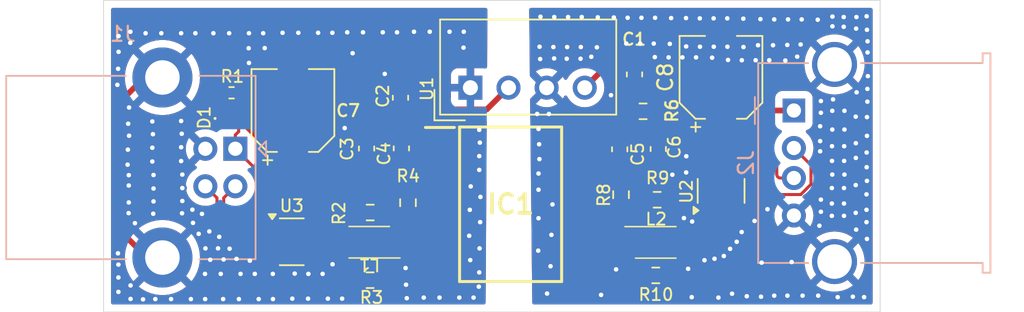
<source format=kicad_pcb>
(kicad_pcb (version 20240108) (generator "pcbnew") (generator_version "8.0")
  (layers (0 "F.Cu" signal) (31 "B.Cu" signal) (34 "B.Paste" user) (35 "F.Paste" user) (36 "B.SilkS" user "B.Silkscreen") (37 "F.SilkS" user "F.Silkscreen") (38 "B.Mask" user) (39 "F.Mask" user) (44 "Edge.Cuts" user))
  (net 0 "")
  (net 1 "GND1")
  (net 2 "VDD")
  (net 3 "Net-(IC1-SPU)")
  (net 4 "+5V")
  (net 5 "Net-(IC1-SPD)")
  (net 6 "Net-(IC1-PIN)")
  (net 7 "Net-(IC1-VDD2)")
  (net 8 "DD_-")
  (net 9 "L1_+")
  (net 10 "D-")
  (net 11 "D+")
  (net 12 "L1_-")
  (net 13 "DD_+")
  (net 14 "U2_-")
  (net 15 "U2_+")
  (net 16 "GND2")
  (net 17 "U3_+")
  (net 18 "U3_-")
  (net 19 "L2_+")
  (net 20 "L2_-")
  (net 21 "Net-(D1-K)")
  (footprint "Capacitor_SMD:C_0603_1608Metric" (layer "F.Cu") (at 169.06 99.835 -90)
    (property "Reference" "C5")
    (property "Value" "100nF" (hide yes))
  )
  (footprint "Inductor_SMD:L_CommonMode_Wurth_WE-CNSW-1206" (layer "F.Cu") (at 152.37 106.03 180)
    (property "Reference" "L1")
    (property "Value" "Choke_Wurth_WE-CNSW_744232090" (hide yes))
  )
  (footprint "Inductor_SMD:L_CommonMode_Wurth_WE-CNSW-1206" (layer "F.Cu") (at 171.46 106.04)
    (property "Reference" "L2")
    (property "Value" "Choke_Wurth_WE-CNSW_744232090" (hide yes))
  )
  (footprint "Resistor_SMD:R_0603_1608Metric" (layer "F.Cu") (at 152.43 104.05)
    (property "Reference" "R2")
    (property "Value" "0ohm" (hide yes))
  )
  (footprint "Capacitor_SMD:C_0603_1608Metric" (layer "F.Cu") (at 154.45 96.4 90)
    (property "Reference" "C2")
    (property "Value" "C" (hide yes))
  )
  (footprint "Converter_DCDC:Converter_DCDC_TRACO_TME_03xxS_05xxS_12xxS_Single_THT" (layer "F.Cu") (at 159.11 95.73 90)
    (property "Reference" "U1")
    (property "Value" "TME-0505S" (hide yes))
  )
  (footprint "Capacitor_SMD:CP_Elec_5x5.4" (layer "F.Cu") (at 147.28 97.25 90)
    (property "Reference" "C7")
    (property "Value" "C" (hide yes))
  )
  (footprint "Resistor_SMD:R_0603_1608Metric" (layer "F.Cu") (at 169.15 102.86 -90)
    (property "Reference" "R8")
    (property "Value" "0ohm" (hide yes))
  )
  (footprint "Capacitor_SMD:C_0603_1608Metric" (layer "F.Cu") (at 171.63 99.815 -90)
    (property "Reference" "C6")
    (property "Value" "100nF" (hide yes))
  )
  (footprint "Resistor_SMD:R_0603_1608Metric" (layer "F.Cu") (at 152.425 108.56)
    (property "Reference" "R3")
    (property "Value" "0 ohm" (hide yes))
  )
  (footprint "Resistor_SMD:R_0603_1608Metric" (layer "F.Cu") (at 170.6175 97.305)
    (property "Reference" "R6")
    (property "Value" "0 ohm")
  )
  (footprint "Capacitor_SMD:CP_Elec_5x5.4" (layer "F.Cu") (at 175.81 95.04 90)
    (property "Reference" "C8")
    (property "Value" "C" (hide yes))
  )
  (footprint "Package_TO_SOT_SMD:SOT-23-6" (layer "F.Cu") (at 175.82 102.61 90)
    (property "Reference" "U2")
    (property "Value" "USBLC6-2SC6" (hide yes))
  )
  (footprint "Resistor_SMD:R_0603_1608Metric" (layer "F.Cu") (at 171.465 108.24)
    (property "Reference" "R10")
    (property "Value" "0 ohm" (hide yes))
  )
  (footprint "LED_SMD:LED_0402_1005Metric" (layer "F.Cu") (at 143.18 97.78)
    (property "Reference" "D1")
    (property "Value" "LED" (hide yes))
  )
  (footprint "Capacitor_SMD:C_0603_1608Metric" (layer "F.Cu") (at 170.0475 94.845 -90)
    (property "Reference" "C1")
    (property "Value" "C")
  )
  (footprint "Resistor_SMD:R_0603_1608Metric" (layer "F.Cu") (at 154.95 103.395 90)
    (property "Reference" "R4")
    (property "Value" "0 ohm" (hide yes))
  )
  (footprint "Resistor_SMD:R_0603_1608Metric" (layer "F.Cu") (at 171.56 103.2)
    (property "Reference" "R9")
    (property "Value" "0ohm" (hide yes))
  )
  (footprint "Resistor_SMD:R_0402_1005Metric" (layer "F.Cu") (at 143.19 96.07)
    (property "Reference" "R1")
    (property "Value" "R" (hide yes))
  )
  (footprint "Capacitor_SMD:C_0603_1608Metric" (layer "F.Cu") (at 154.51 99.775 -90)
    (property "Reference" "C4")
    (property "Value" "100nF" (hide yes))
  )
  (footprint "Capacitor_SMD:C_0603_1608Metric" (layer "F.Cu") (at 152.19 99.785 -90)
    (property "Reference" "C3")
    (property "Value" "100nF" (hide yes))
  )
  (footprint "SamacSys_Parts:SOIC127P1032X265-16N" (layer "F.Cu") (at 161.79 103.5)
    (property "Reference" "IC1")
    (property "Value" "ADUM3160BRWZ" (hide yes))
  )
  (footprint "Package_TO_SOT_SMD:SOT-23-6" (layer "F.Cu") (at 147.2025 106)
    (property "Reference" "U3")
    (property "Value" "USBLC6-2SC6" (hide yes))
  )
  (footprint "Connector_USB:USB_A_Molex_67643_Horizontal" (layer "B.Cu") (at 180.67 97.25 -90)
    (property "Reference" "J2")
    (property "Value" "USB_A")
  )
  (footprint "Connector_USB:USB_B_Lumberg_2411_02_Horizontal" (layer "B.Cu") (at 143.4425 99.8 180)
    (property "Reference" "J1")
    (property "Value" "USB_B" (hide yes))
  )
  (gr_rect (start 134.66 89.91) (end 186.42 110.68) (stroke (width 0.05)) (fill none) (layer "Edge.Cuts"))
  (segment (start 135.54 105.04) (end 135.54 96.893485) (width 0.381) (layer "F.Cu") (net 1))
  (segment (start 147.3759 106.955586) (end 147.3759 108.0959) (width 0.2032) (layer "F.Cu") (net 1))
  (segment (start 155.59 100.55) (end 154.51 100.55) (width 0.381) (layer "F.Cu") (net 1))
  (segment (start 157.078 100.325) (end 155.815 100.325) (width 0.381) (layer "F.Cu") (net 1))
  (segment (start 135.54 96.893485) (end 137.383485 95.05) (width 0.381) (layer "F.Cu") (net 1))
  (segment (start 146.065 106) (end 146.420314 106) (width 0.2032) (layer "F.Cu") (net 1))
  (segment (start 137.383485 95.05) (end 138.5825 95.05) (width 0.381) (layer "F.Cu") (net 1))
  (segment (start 137.55 107.05) (end 135.54 105.04) (width 0.381) (layer "F.Cu") (net 1))
  (segment (start 146.420314 106) (end 147.3759 106.955586) (width 0.2032) (layer "F.Cu") (net 1))
  (segment (start 147.3759 108.0959) (end 147.4 108.12) (width 0.2032) (layer "F.Cu") (net 1))
  (segment (start 155.815 100.325) (end 155.59 100.55) (width 0.381) (layer "F.Cu") (net 1))
  (segment (start 138.5825 107.05) (end 137.55 107.05) (width 0.381) (layer "F.Cu") (net 1))
  (via (at 151.26 93.43) (size 0.6) (drill 0.3) (layers "F.Cu" "B.Cu") (net 1))
  (via (at 143.06 106.46) (size 0.6) (drill 0.3) (layers "F.Cu" "B.Cu") (net 1))
  (via (at 159.07 103.87) (size 0.6) (drill 0.3) (layers "F.Cu" "B.Cu") (net 1))
  (via (at 137.29 109.84) (size 0.6) (drill 0.3) (layers "F.Cu" "B.Cu") (net 1))
  (via (at 140.78 92.1) (size 0.6) (drill 0.3) (layers "F.Cu" "B.Cu") (net 1))
  (via (at 137.99 103.31) (size 0.6) (drill 0.3) (layers "F.Cu" "B.Cu") (net 1))
  (via (at 139.83 97.95) (size 0.6) (drill 0.3) (layers "F.Cu" "B.Cu") (net 1))
  (via (at 150.56 109.79) (size 0.6) (drill 0.3) (layers "F.Cu" "B.Cu") (net 1))
  (via (at 149.26 108.14) (size 0.6) (drill 0.3) (layers "F.Cu" "B.Cu") (net 1))
  (via (at 149.92 107.5) (size 0.6) (drill 0.3) (layers "F.Cu" "B.Cu") (net 1))
  (via (at 159.13 102.31) (size 0.6) (drill 0.3) (layers "F.Cu" "B.Cu") (net 1))
  (via (at 135.62 106.77) (size 0.6) (drill 0.3) (layers "F.Cu" "B.Cu") (net 1))
  (via (at 135.65 109.34) (size 0.6) (drill 0.3) (layers "F.Cu" "B.Cu") (net 1))
  (via (at 141.43 109.82) (size 0.6) (drill 0.3) (layers "F.Cu" "B.Cu") (net 1))
  (via (at 145.3 92.1) (size 0.6) (drill 0.3) (layers "F.Cu" "B.Cu") (net 1))
  (via (at 136.36 98.93) (size 0.6) (drill 0.3) (layers "F.Cu" "B.Cu") (net 1))
  (via (at 136.45 92) (size 0.6) (drill 0.3) (layers "F.Cu" "B.Cu") (net 1))
  (via (at 149.91 92.07) (size 0.6) (drill 0.3) (layers "F.Cu" "B.Cu") (net 1))
  (via (at 137.91 99.73) (size 0.6) (drill 0.3) (layers "F.Cu" "B.Cu") (net 1))
  (via (at 159.7 108.04) (size 0.6) (drill 0.3) (layers "F.Cu" "B.Cu") (net 1))
  (via (at 141.42 108.14) (size 0.6) (drill 0.3) (layers "F.Cu" "B.Cu") (net 1))
  (via (at 148.29 109.79) (size 0.6) (drill 0.3) (layers "F.Cu" "B.Cu") (net 1))
  (via (at 148.31 108.14) (size 0.6) (drill 0.3) (layers "F.Cu" "B.Cu") (net 1))
  (via (at 136.28 99.86) (size 0.6) (drill 0.3) (layers "F.Cu" "B.Cu") (net 1))
  (via (at 159.1 107.22) (size 0.6) (drill 0.3) (layers "F.Cu" "B.Cu") (net 1))
  (via (at 141 105.47) (size 0.6) (drill 0.3) (layers "F.Cu" "B.Cu") (net 1))
  (via (at 144.74 108.14) (size 0.6) (drill 0.3) (layers "F.Cu" "B.Cu") (net 1))
  (via (at 139.91 101.52) (size 0.6) (drill 0.3) (layers "F.Cu" "B.Cu") (net 1))
  (via (at 136.46 108.91) (size 0.6) (drill 0.3) (layers "F.Cu" "B.Cu") (net 1))
  (via (at 158.37 109.72) (size 0.6) (drill 0.3) (layers "F.Cu" "B.Cu") (net 1))
  (via (at 154.79 107.75) (size 0.6) (drill 0.3) (layers "F.Cu" "B.Cu") (net 1))
  (via (at 139.91 102.42) (size 0.6) (drill 0.3) (layers "F.Cu" "B.Cu") (net 1))
  (via (at 139.89 104.1) (size 0.6) (drill 0.3) (layers "F.Cu" "B.Cu") (net 1))
  (via (at 159.7 98.54) (size 0.6) (drill 0.3) (layers "F.Cu" "B.Cu") (net 1))
  (via (at 136.34 103.38) (size 0.6) (drill 0.3) (layers "F.Cu" "B.Cu") (net 1))
  (via (at 135.66 92.29) (size 0.6) (drill 0.3) (layers "F.Cu" "B.Cu") (net 1))
  (via (at 142.47 108.14) (size 0.6) (drill 0.3) (layers "F.Cu" "B.Cu") (net 1))
  (via (at 144.35 92.1) (size 0.6) (drill 0.3) (layers "F.Cu" "B.Cu") (net 1))
  (via (at 135.58 95.54) (size 0.6) (drill 0.3) (layers "F.Cu" "B.Cu") (net 1))
  (via (at 145.94 108.14) (size 0.6) (drill 0.3) (layers "F.Cu" "B.Cu") (net 1))
  (via (at 158.65 93.06) (size 0.6) (drill 0.3) (layers "F.Cu" "B.Cu") (net 1))
  (via (at 136.46 109.81) (size 0.6) (drill 0.3) (layers "F.Cu" "B.Cu") (net 1))
  (via (at 159.67 108.99) (size 0.6) (drill 0.3) (layers "F.Cu" "B.Cu") (net 1))
  (via (at 138.11 109.82) (size 0.6) (drill 0.3) (layers "F.Cu" "B.Cu") (net 1))
  (via (at 136.33 104.09) (size 0.6) (drill 0.3) (layers "F.Cu" "B.Cu") (net 1))
  (via (at 141.98 92.1) (size 0.6) (drill 0.3) (layers "F.Cu" "B.Cu") (net 1))
  (via (at 151.95 92.04) (size 0.6) (drill 0.3) (layers "F.Cu" "B.Cu") (net 1))
  (via (at 139.83 100.62) (size 0.6) (drill 0.3) (layers "F.Cu" "B.Cu") (net 1))
  (via (at 159.32 109.72) (size 0.6) (drill 0.3) (layers "F.Cu" "B.Cu") (net 1))
  (via (at 143.68 109.82) (size 0.6) (drill 0.3) (layers "F.Cu" "B.Cu") (net 1))
  (via (at 141.71 105.31) (size 0.6) (drill 0.3) (layers "F.Cu" "B.Cu") (net 1))
  (via (at 154.87 109.76) (size 0.6) (drill 0.3) (layers "F.Cu" "B.Cu") (net 1))
  (via (at 144.35 94.08) (size 0.6) (drill 0.3) (layers "F.Cu" "B.Cu") (net 1))
  (via (at 140.62 104.74) (size 0.6) (drill 0.3) (layers "F.Cu" "B.Cu") (net 1))
  (via (at 137.91 100.65) (size 0.6) (drill 0.3) (layers "F.Cu" "B.Cu") (net 1))
  (via (at 159.78 103.01) (size 0.6) (drill 0.3) (layers "F.Cu" "B.Cu") (net 1))
  (via (at 139.83 99.7) (size 0.6) (drill 0.3) (layers "F.Cu" "B.Cu") (net 1))
  (via (at 156.4 92) (size 0.6) (drill 0.3) (layers "F.Cu" "B.Cu") (net 1))
  (via (at 136.75 104.76) (size 0.6) (drill 0.3) (layers "F.Cu" "B.Cu") (net 1))
  (via (at 147.4 108.12) (size 0.6) (drill 0.3) (layers "F.Cu" "B.Cu") (net 1))
  (via (at 159.72 106.44) (size 0.6) (drill 0.3) (layers "F.Cu" "B.Cu") (net 1))
  (via (at 137.99 101.55) (size 0.6) (drill 0.3) (layers "F.Cu" "B.Cu") (net 1))
  (via (at 159.76 104.69) (size 0.6) (drill 0.3) (layers "F.Cu" "B.Cu") (net 1))
  (via (at 155.35 92) (size 0.6) (drill 0.3) (layers "F.Cu" "B.Cu") (net 1))
  (via (at 149.61 109.79) (size 0.6) (drill 0.3) (layers "F.Cu" "B.Cu") (net 1))
  (via (at 141.77 107.2) (size 0.6) (drill 0.3) (layers "F.Cu" "B.Cu") (net 1))
  (via (at 139.83 92.1) (size 0.6) (drill 0.3) (layers "F.Cu" "B.Cu") (net 1))
  (via (at 135.65 107.52) (size 0.6) (drill 0.3) (layers "F.Cu" "B.Cu") (net 1))
  (via (at 142.29 106.44) (size 0.6) (drill 0.3) (layers "F.Cu" "B.Cu") (net 1))
  (via (at 153.4 94.81) (size 0.6) (drill 0.3) (layers "F.Cu" "B.Cu") (net 1))
  (via (at 137.95 98.83) (size 0.6) (drill 0.3) (layers "F.Cu" "B.Cu") (net 1))
  (via (at 135.65 108.38) (size 0.6) (drill 0.3) (layers "F.Cu" "B.Cu") (net 1))
  (via (at 157.72 92) (size 0.6) (drill 0.3) (layers "F.Cu" "B.Cu") (net 1))
  (via (at 136.36 97.05) (size 0.6) (drill 0.3) (layers "F.Cu" "B.Cu") (net 1))
  (via (at 143.52 107.14) (size 0.6) (drill 0.3) (layers "F.Cu" "B.Cu") (net 1))
  (via (at 150.73 98.42) (size 0.6) (drill 0.3) (layers "F.Cu" "B.Cu") (net 1))
  (via (at 142.66 107.18) (size 0.6) (drill 0.3) (layers "F.Cu" "B.Cu") (net 1))
  (via (at 159.03 105.6) (size 0.6) (drill 0.3) (layers "F.Cu" "B.Cu") (net 1))
  (via (at 146.59 92.07) (size 0.6) (drill 0.3) (layers "F.Cu" "B.Cu") (net 1))
  (via (at 136.44 92.74) (size 0.6) (drill 0.3) (layers "F.Cu" "B.Cu") (net 1))
  (via (at 143.03 92.1) (size 0.6) (drill 0.3) (layers "F.Cu" "B.Cu") (net 1))
  (via (at 142.63 109.82) (size 0.6) (drill 0.3) (layers "F.Cu" "B.Cu") (net 1))
  (via (at 147.24 109.79) (size 0.6) (drill 0.3) (layers "F.Cu" "B.Cu") (net 1))
  (via (at 136.34 102.25) (size 0.6) (drill 0.3) (layers "F.Cu" "B.Cu") (net 1))
  (via (at 137.97 104.13) (size 0.6) (drill 0.3) (layers "F.Cu" "B.Cu") (net 1))
  (via (at 153.27 92.04) (size 0.6) (drill 0.3) (layers "F.Cu" "B.Cu") (net 1))
  (via (at 145.95 109.82) (size 0.6) (drill 0.3) (layers "F.Cu" "B.Cu") (net 1))
  (via (at 154.22 92.04) (size 0.6) (drill 0.3) (layers "F.Cu" "B.Cu") (net 1))
  (via (at 159.7 100.29) (size 0.6) (drill 0.3) (layers "F.Cu" "B.Cu") (net 1))
  (via (at 158.67 92) (size 0.6) (drill 0.3) (layers "F.Cu" "B.Cu") (net 1))
  (via (at 142.37 105.67) (size 0.6) (drill 0.3) (layers "F.Cu" "B.Cu") (net 1))
  (via (at 136.26 100.86) (size 0.6) (drill 0.3) (layers "F.Cu" "B.Cu") (net 1))
  (via (at 138.51 92.1) (size 0.6) (drill 0.3) (layers "F.Cu" "B.Cu") (net 1))
  (via (at 150.9 92.04) (size 0.6) (drill 0.3) (layers "F.Cu" "B.Cu") (net 1))
  (via (at 139.91 103.28) (size 0.6) (drill 0.3) (layers "F.Cu" "B.Cu") (net 1))
  (via (at 144.41 107.26) (size 0.6) (drill 0.3) (layers "F.Cu" "B.Cu") (net 1))
  (via (at 145.4 93.09) (size 0.6) (drill 0.3) (layers "F.Cu" "B.Cu") (net 1))
  (via (at 159.74 99.39) (size 0.6) (drill 0.3) (layers "F.Cu" "B.Cu") (net 1))
  (via (at 144.33 93.1) (size 0.6) (drill 0.3) (layers "F.Cu" "B.Cu") (net 1))
  (via (at 141.22 104.14) (size 0.6) (drill 0.3) (layers "F.Cu" "B.Cu") (net 1))
  (via (at 135.66 93.34) (size 0.6) (drill 0.3) (layers "F.Cu" "B.Cu") (net 1))
  (via (at 140.48 109.82) (size 0.6) (drill 0.3) (layers "F.Cu" "B.Cu") (net 1))
  (via (at 156 109.72) (size 0.6) (drill 0.3) (layers "F.Cu" "B.Cu") (net 1))
  (via (at 157.05 109.72) (size 0.6) (drill 0.3) (layers "F.Cu" "B.Cu") (net 1))
  (via (at 143.79 108.14) (size 0.6) (drill 0.3) (layers "F.Cu" "B.Cu") (net 1))
  (via (at 148.96 92.07) (size 0.6) (drill 0.3) (layers "F.Cu" "B.Cu") (net 1))
  (via (at 154.82 108.86) (size 0.6) (drill 0.3) (layers "F.Cu" "B.Cu") (net 1))
  (via (at 136.34 101.56) (size 0.6) (drill 0.3) (layers "F.Cu" "B.Cu") (net 1))
  (via (at 137.46 92.1) (size 0.6) (drill 0.3) (layers "F.Cu" "B.Cu") (net 1))
  (via (at 140.58 103.86) (size 0.6) (drill 0.3) (layers "F.Cu" "B.Cu") (net 1))
  (via (at 137.91 97.98) (size 0.6) (drill 0.3) (layers "F.Cu" "B.Cu") (net 1))
  (via (at 135.63 94.47) (size 0.6) (drill 0.3) (layers "F.Cu" "B.Cu") (net 1))
  (via (at 141.45 106.44) (size 0.6) (drill 0.3) (layers "F.Cu" "B.Cu") (net 1))
  (via (at 137.99 102.45) (size 0.6) (drill 0.3) (layers "F.Cu" "B.Cu") (net 1))
  (via (at 147.64 92.07) (size 0.6) (drill 0.3) (layers "F.Cu" "B.Cu") (net 1))
  (via (at 139.87 98.8) (size 0.6) (drill 0.3) (layers "F.Cu" "B.Cu") (net 1))
  (via (at 136.3 98.13) (size 0.6) (drill 0.3) (layers "F.Cu" "B.Cu") (net 1))
  (via (at 159.7 101.21) (size 0.6) (drill 0.3) (layers "F.Cu" "B.Cu") (net 1))
  (via (at 139.16 109.82) (size 0.6) (drill 0.3) (layers "F.Cu" "B.Cu") (net 1))
  (via (at 145 109.82) (size 0.6) (drill 0.3) (layers "F.Cu" "B.Cu") (net 1))
  (segment (start 175.82 101.4725) (end 175.82 100.810001) (width 0.381) (layer "F.Cu") (net 2))
  (segment (start 175.81 97.24) (end 175.82 97.25) (width 0.381) (layer "F.Cu") (net 2))
  (segment (start 175.82 100.810001) (end 174.049999 99.04) (width 0.381) (layer "F.Cu") (net 2))
  (segment (start 170.0475 94.07) (end 171.4425 95.465) (width 0.381) (layer "F.Cu") (net 2))
  (segment (start 169.53 94.07) (end 170.0475 94.07) (width 0.381) (layer "F.Cu") (net 2))
  (segment (start 166.507 99.06) (end 166.502 99.055) (width 0.381) (layer "F.Cu") (net 2))
  (segment (start 166.73 95.73) (end 168.41 94.05) (width 0.381) (layer "F.Cu") (net 2))
  (segment (start 169.06 99.06) (end 166.507 99.06) (width 0.381) (layer "F.Cu") (net 2))
  (segment (start 180.67 97.25) (end 175.82 97.25) (width 0.381) (layer "F.Cu") (net 2))
  (segment (start 171.4425 97.305) (end 171.4425 98.8525) (width 0.381) (layer "F.Cu") (net 2))
  (segment (start 175.82 97.25) (end 175.82 101.4725) (width 0.381) (layer "F.Cu") (net 2))
  (segment (start 168.41 94.05) (end 169.51 94.05) (width 0.381) (layer "F.Cu") (net 2))
  (segment (start 171.4425 95.465) (end 171.4425 97.305) (width 0.381) (layer "F.Cu") (net 2))
  (segment (start 169.51 94.05) (end 169.53 94.07) (width 0.381) (layer "F.Cu") (net 2))
  (segment (start 174.049999 99.04) (end 171.63 99.04) (width 0.381) (layer "F.Cu") (net 2))
  (segment (start 171.4425 98.8525) (end 171.63 99.04) (width 0.381) (layer "F.Cu") (net 2))
  (segment (start 169.08 99.04) (end 169.06 99.06) (width 0.381) (layer "F.Cu") (net 2))
  (segment (start 171.63 99.04) (end 169.08 99.04) (width 0.381) (layer "F.Cu") (net 2))
  (segment (start 154.95 104.22) (end 156.993 104.22) (width 0.381) (layer "F.Cu") (net 3))
  (segment (start 156.993 104.22) (end 157.078 104.135) (width 0.381) (layer "F.Cu") (net 3))
  (segment (start 143.665 98.655) (end 143.665 97.78) (width 0.2032) (layer "F.Cu") (net 4))
  (segment (start 157.078 102.865) (end 157.078 101.595) (width 0.381) (layer "F.Cu") (net 4))
  (segment (start 155.74 102.85) (end 157.063 102.85) (width 0.381) (layer "F.Cu") (net 4))
  (segment (start 161.65 95.73) (end 160.205 97.175) (width 0.381) (layer "F.Cu") (net 4))
  (segment (start 157.078 99.055) (end 157.8765 99.055) (width 0.381) (layer "F.Cu") (net 4))
  (segment (start 160.205 97.175) (end 154.45 97.175) (width 0.381) (layer "F.Cu") (net 4))
  (segment (start 157.8765 99.055) (end 158.431 99.6095) (width 0.381) (layer "F.Cu") (net 4))
  (segment (start 147.3759 105.391214) (end 147.3759 103.7334) (width 0.2032) (layer "F.Cu") (net 4))
  (segment (start 158.055 101.595) (end 157.078 101.595) (width 0.381) (layer "F.Cu") (net 4))
  (segment (start 148.34 106) (end 147.984686 106) (width 0.2032) (layer "F.Cu") (net 4))
  (segment (start 152.19 99.01) (end 154.5 99.01) (width 0.381) (layer "F.Cu") (net 4))
  (segment (start 143.665 97.78) (end 145.685 99.8) (width 0.381) (layer "F.Cu") (net 4))
  (segment (start 143.4425 99.8) (end 143.4425 98.8775) (width 0.2032) (layer "F.Cu") (net 4))
  (segment (start 143.4425 98.8775) (end 143.665 98.655) (width 0.2032) (layer "F.Cu") (net 4))
  (segment (start 154.025 97.175) (end 152.19 99.01) (width 0.381) (layer "F.Cu") (net 4))
  (segment (start 155.46 102.57) (end 155.74 102.85) (width 0.381) (layer "F.Cu") (net 4))
  (segment (start 147.3759 103.7334) (end 143.4425 99.8) (width 0.2032) (layer "F.Cu") (net 4))
  (segment (start 150.05 102.57) (end 154.95 102.57) (width 0.381) (layer "F.Cu") (net 4))
  (segment (start 157.063 102.85) (end 157.078 102.865) (width 0.381) (layer "F.Cu") (net 4))
  (segment (start 145.685 99.8) (end 147.28 99.8) (width 0.381) (layer "F.Cu") (net 4))
  (segment (start 154.5 99.01) (end 154.51 99) (width 0.381) (layer "F.Cu") (net 4))
  (segment (start 154.51 99) (end 157.023 99) (width 0.381) (layer "F.Cu") (net 4))
  (segment (start 154.95 102.57) (end 155.46 102.57) (width 0.381) (layer "F.Cu") (net 4))
  (segment (start 158.431 101.219) (end 158.055 101.595) (width 0.381) (layer "F.Cu") (net 4))
  (segment (start 157.023 99) (end 157.078 99.055) (width 0.381) (layer "F.Cu") (net 4))
  (segment (start 154.45 97.175) (end 154.025 97.175) (width 0.381) (layer "F.Cu") (net 4))
  (segment (start 147.984686 106) (end 147.3759 105.391214) (width 0.2032) (layer "F.Cu") (net 4))
  (segment (start 147.28 99.8) (end 150.05 102.57) (width 0.381) (layer "F.Cu") (net 4))
  (segment (start 158.431 99.6095) (end 158.431 101.219) (width 0.381) (layer "F.Cu") (net 4))
  (segment (start 169.7925 97.305) (end 169.0675 98.03) (width 0.381) (layer "F.Cu") (net 5))
  (segment (start 164.81 101.96) (end 165.715 102.865) (width 0.381) (layer "F.Cu") (net 5))
  (segment (start 165.715 102.865) (end 166.502 102.865) (width 0.381) (layer "F.Cu") (net 5))
  (segment (start 169.0675 98.03) (end 165.4585 98.03) (width 0.381) (layer "F.Cu") (net 5))
  (segment (start 164.81 98.6785) (end 164.81 101.96) (width 0.381) (layer "F.Cu") (net 5))
  (segment (start 165.4585 98.03) (end 164.81 98.6785) (width 0.381) (layer "F.Cu") (net 5))
  (segment (start 168.28 104.14) (end 168.275 104.135) (width 0.2032) (layer "F.Cu") (net 6))
  (segment (start 169.15 103.685) (end 168.735 103.685) (width 0.2032) (layer "F.Cu") (net 6))
  (segment (start 168.275 104.135) (end 166.502 104.135) (width 0.2032) (layer "F.Cu") (net 6))
  (segment (start 168.735 103.685) (end 168.28 104.14) (width 0.2032) (layer "F.Cu") (net 6))
  (segment (start 169.15 102.035) (end 168.635 102.035) (width 0.2032) (layer "F.Cu") (net 7))
  (segment (start 167.96 101.6) (end 167.955 101.595) (width 0.2032) (layer "F.Cu") (net 7))
  (segment (start 168.635 102.035) (end 168.2 101.6) (width 0.2032) (layer "F.Cu") (net 7))
  (segment (start 168.2 101.6) (end 167.96 101.6) (width 0.2032) (layer "F.Cu") (net 7))
  (segment (start 167.955 101.595) (end 166.502 101.595) (width 0.2032) (layer "F.Cu") (net 7))
  (segment (start 167.5495 105.815) (end 169.009999 105.815) (width 0.2) (layer "F.Cu") (net 8))
  (segment (start 169.009999 105.815) (end 169.284999 105.54) (width 0.2) (layer "F.Cu") (net 8))
  (segment (start 169.284999 105.54) (end 170.11 105.54) (width 0.2) (layer "F.Cu") (net 8))
  (segment (start 170.735 104.915) (end 170.11 105.54) (width 0.2032) (layer "F.Cu") (net 8))
  (segment (start 167.1395 105.405) (end 167.5495 105.815) (width 0.2) (layer "F.Cu") (net 8))
  (segment (start 170.735 103.2) (end 170.735 104.915) (width 0.2032) (layer "F.Cu") (net 8))
  (segment (start 166.502 105.405) (end 167.1395 105.405) (width 0.2) (layer "F.Cu") (net 8))
  (segment (start 153.25 107) (end 153.72 106.53) (width 0.2) (layer "F.Cu") (net 9))
  (segment (start 153.97 106.53) (end 153.72 106.53) (width 0.2) (layer "F.Cu") (net 9))
  (segment (start 155.224249 106.265) (end 154.787794 106.265) (width 0.2) (layer "F.Cu") (net 9))
  (segment (start 155.634249 106.675) (end 155.224249 106.265) (width 0.2) (layer "F.Cu") (net 9))
  (segment (start 154.787794 106.265) (end 154.777794 106.255) (width 0.2) (layer "F.Cu") (net 9))
  (segment (start 154.777794 106.255) (end 154.245 106.255) (width 0.2) (layer "F.Cu") (net 9))
  (segment (start 153.25 108.56) (end 153.25 107) (width 0.2) (layer "F.Cu") (net 9))
  (segment (start 157.078 106.675) (end 155.634249 106.675) (width 0.2) (layer "F.Cu") (net 9))
  (segment (start 154.245 106.255) (end 153.97 106.53) (width 0.2) (layer "F.Cu") (net 9))
  (segment (start 144.4357 105.775) (end 142.667501 104.006801) (width 0.2) (layer "F.Cu") (net 10))
  (segment (start 146.065 105.05) (end 145.7025 105.05) (width 0.2) (layer "F.Cu") (net 10))
  (segment (start 142.667501 104.006801) (end 142.667501 103.074999) (width 0.2) (layer "F.Cu") (net 10))
  (segment (start 144.9775 105.775) (end 144.4357 105.775) (width 0.2) (layer "F.Cu") (net 10))
  (segment (start 145.7025 105.05) (end 144.9775 105.775) (width 0.2) (layer "F.Cu") (net 10))
  (segment (start 142.667501 103.074999) (end 143.4425 102.3) (width 0.2) (layer "F.Cu") (net 10))
  (segment (start 144.2493 106.225) (end 142.217499 104.193199) (width 0.2) (layer "F.Cu") (net 11))
  (segment (start 142.217499 103.074999) (end 141.4425 102.3) (width 0.2) (layer "F.Cu") (net 11))
  (segment (start 146.065 106.95) (end 145.7025 106.95) (width 0.2) (layer "F.Cu") (net 11))
  (segment (start 144.9775 106.225) (end 144.2493 106.225) (width 0.2) (layer "F.Cu") (net 11))
  (segment (start 145.7025 106.95) (end 144.9775 106.225) (width 0.2) (layer "F.Cu") (net 11))
  (segment (start 142.217499 104.193199) (end 142.217499 103.074999) (width 0.2) (layer "F.Cu") (net 11))
  (segment (start 154.245 105.805) (end 153.97 105.53) (width 0.2) (layer "F.Cu") (net 12))
  (segment (start 157.078 105.405) (end 155.634249 105.405) (width 0.2) (layer "F.Cu") (net 12))
  (segment (start 155.634249 105.405) (end 155.224249 105.815) (width 0.2) (layer "F.Cu") (net 12))
  (segment (start 153.97 105.53) (end 153.72 105.53) (width 0.2) (layer "F.Cu") (net 12))
  (segment (start 153.255 104.05) (end 153.255 105.065) (width 0.2) (layer "F.Cu") (net 12))
  (segment (start 153.255 105.065) (end 153.72 105.53) (width 0.2) (layer "F.Cu") (net 12))
  (segment (start 154.96 105.815) (end 154.95 105.805) (width 0.2) (layer "F.Cu") (net 12))
  (segment (start 154.95 105.805) (end 154.245 105.805) (width 0.2) (layer "F.Cu") (net 12))
  (segment (start 155.224249 105.815) (end 154.96 105.815) (width 0.2) (layer "F.Cu") (net 12))
  (segment (start 170.64 108.24) (end 170.64 107.07) (width 0.2032) (layer "F.Cu") (net 13))
  (segment (start 169.284999 106.54) (end 170.11 106.54) (width 0.2) (layer "F.Cu") (net 13))
  (segment (start 169.009999 106.265) (end 169.284999 106.54) (width 0.2) (layer "F.Cu") (net 13))
  (segment (start 166.502 106.675) (end 167.1395 106.675) (width 0.2) (layer "F.Cu") (net 13))
  (segment (start 167.5495 106.265) (end 169.009999 106.265) (width 0.2) (layer "F.Cu") (net 13))
  (segment (start 170.64 107.07) (end 170.11 106.54) (width 0.2032) (layer "F.Cu") (net 13))
  (segment (start 167.1395 106.675) (end 167.5495 106.265) (width 0.2) (layer "F.Cu") (net 13))
  (segment (start 175.185001 102.45) (end 179.02 102.45) (width 0.2032) (layer "F.Cu") (net 14))
  (segment (start 181.1284 102.8516) (end 181.81 102.17) (width 0.2032) (layer "F.Cu") (net 14))
  (segment (start 174.87 101.4725) (end 174.87 102.134999) (width 0.2032) (layer "F.Cu") (net 14))
  (segment (start 181.81 100.89) (end 180.67 99.75) (width 0.2032) (layer "F.Cu") (net 14))
  (segment (start 179.02 102.45) (end 179.4216 102.8516) (width 0.2032) (layer "F.Cu") (net 14))
  (segment (start 179.4216 102.8516) (end 181.1284 102.8516) (width 0.2032) (layer "F.Cu") (net 14))
  (segment (start 181.81 102.17) (end 181.81 100.89) (width 0.2032) (layer "F.Cu") (net 14))
  (segment (start 174.87 102.134999) (end 175.185001 102.45) (width 0.2032) (layer "F.Cu") (net 14))
  (segment (start 177.73 101.51) (end 177.73 100.99) (width 0.2032) (layer "F.Cu") (net 15))
  (segment (start 180.262175 101.75) (end 180.67 101.75) (width 0.2032) (layer "F.Cu") (net 15))
  (segment (start 178.93 101.75) (end 178.93 101.51) (width 0.2032) (layer "F.Cu") (net 15))
  (segment (start 177.2125 101.4725) (end 177.49 101.75) (width 0.2032) (layer "F.Cu") (net 15))
  (segment (start 178.93 101.875) (end 178.93 101.75) (width 0.2032) (layer "F.Cu") (net 15))
  (segment (start 178.455 102) (end 178.805 102) (width 0.2032) (layer "F.Cu") (net 15))
  (segment (start 178.33 100.99) (end 178.33 101.51) (width 0.2032) (layer "F.Cu") (net 15))
  (segment (start 178.33 101.75) (end 178.33 101.875) (width 0.2032) (layer "F.Cu") (net 15))
  (segment (start 179.17 100.75) (end 179.29 100.75) (width 0.2032) (layer "F.Cu") (net 15))
  (segment (start 179.53 100.99) (end 179.53 101.51) (width 0.2032) (layer "F.Cu") (net 15))
  (segment (start 178.93 101.51) (end 178.93 100.99) (width 0.2032) (layer "F.Cu") (net 15))
  (segment (start 179.77 101.75) (end 179.89 101.75) (width 0.2032) (layer "F.Cu") (net 15))
  (segment (start 178.33 101.51) (end 178.33 101.75) (width 0.2032) (layer "F.Cu") (net 15))
  (segment (start 177.97 100.75) (end 178.09 100.75) (width 0.2032) (layer "F.Cu") (net 15))
  (segment (start 176.77 101.4725) (end 177.2125 101.4725) (width 0.2032) (layer "F.Cu") (net 15))
  (segment (start 179.89 101.75) (end 180.262175 101.75) (width 0.2032) (layer "F.Cu") (net 15))
  (arc (start 178.33 101.875) (mid 178.366612 101.963388) (end 178.455 102) (width 0.2032) (layer "F.Cu") (net 15))
  (arc (start 179.29 100.75) (mid 179.459706 100.820294) (end 179.53 100.99) (width 0.2032) (layer "F.Cu") (net 15))
  (arc (start 177.49 101.75) (mid 177.659706 101.679706) (end 177.73 101.51) (width 0.2032) (layer "F.Cu") (net 15))
  (arc (start 177.73 100.99) (mid 177.800294 100.820294) (end 177.97 100.75) (width 0.2032) (layer "F.Cu") (net 15))
  (arc (start 178.09 100.75) (mid 178.259706 100.820294) (end 178.33 100.99) (width 0.2032) (layer "F.Cu") (net 15))
  (arc (start 179.53 101.51) (mid 179.600294 101.679706) (end 179.77 101.75) (width 0.2032) (layer "F.Cu") (net 15))
  (arc (start 178.805 102) (mid 178.893388 101.963388) (end 178.93 101.875) (width 0.2032) (layer "F.Cu") (net 15))
  (arc (start 178.93 100.99) (mid 179.000294 100.820294) (end 179.17 100.75) (width 0.2032) (layer "F.Cu") (net 15))
  (segment (start 175.82 103.7475) (end 175.82 103.06) (width 0.127) (layer "F.Cu") (net 16))
  (segment (start 168.095 100.325) (end 166.502 100.325) (width 0.381) (layer "F.Cu") (net 16))
  (segment (start 175.82 103.06) (end 176.0649 102.8151) (width 0.127) (layer "F.Cu") (net 16))
  (segment (start 176.0649 102.8151) (end 177.8951 102.8151) (width 0.127) (layer "F.Cu") (net 16))
  (segment (start 175.82 103.085001) (end 175.82 103.7475) (width 0.127) (layer "F.Cu") (net 16))
  (segment (start 171.63 100.59) (end 172.57 101.53) (width 0.127) (layer "F.Cu") (net 16))
  (segment (start 172.57 101.53) (end 173.085 102.045) (width 0.127) (layer "F.Cu") (net 16))
  (segment (start 175.550099 102.8151) (end 175.82 103.085001) (width 0.127) (layer "F.Cu") (net 16))
  (segment (start 177.8951 102.8151) (end 178.91 103.83) (width 0.127) (layer "F.Cu") (net 16))
  (segment (start 173.8551 102.8151) (end 175.550099 102.8151) (width 0.127) (layer "F.Cu") (net 16))
  (segment (start 169.06 100.61) (end 168.38 100.61) (width 0.381) (layer "F.Cu") (net 16))
  (segment (start 168.38 100.61) (end 168.095 100.325) (width 0.381) (layer "F.Cu") (net 16))
  (segment (start 173.545 102.505) (end 173.8551 102.8151) (width 0.127) (layer "F.Cu") (net 16))
  (segment (start 173.085 102.045) (end 173.545 102.505) (width 0.127) (layer "F.Cu") (net 16))
  (via (at 167.6 91.04) (size 0.6) (drill 0.3) (layers "F.Cu" "B.Cu") (net 16))
  (via (at 179.36 91.18) (size 0.6) (drill 0.3) (layers "F.Cu" "B.Cu") (net 16))
  (via (at 184.8 99.43) (size 0.6) (drill 0.3) (layers "F.Cu" "B.Cu") (net 16))
  (via (at 173.86 109.69) (size 0.6) (drill 0.3) (layers "F.Cu" "B.Cu") (net 16))
  (via (at 172.49 91.09) (size 0.6) (drill 0.3) (layers "F.Cu" "B.Cu") (net 16))
  (via (at 177.2 93.9) (size 0.6) (drill 0.3) (layers "F.Cu" "B.Cu") (net 16))
  (via (at 183.23 97.27) (size 0.6) (drill 0.3) (layers "F.Cu" "B.Cu") (net 16))
  (via (at 183.2 102.42) (size 0.6) (drill 0.3) (layers "F.Cu" "B.Cu") (net 16))
  (via (at 176.86 106) (size 0.6) (drill 0.3) (layers "F.Cu" "B.Cu") (net 16))
  (via (at 166.53 91.02) (size 0.6) (drill 0.3) (layers "F.Cu" "B.Cu") (net 16))
  (via (at 164.34 97.48) (size 0.6) (drill 0.3) (layers "F.Cu" "B.Cu") (net 16))
  (via (at 165.62 91.02) (size 0.6) (drill 0.3) (layers "F.Cu" "B.Cu") (net 16))
  (via (at 183.24 91.64) (size 0.6) (drill 0.3) (layers "F.Cu" "B.Cu") (net 16))
  (via (at 180.23 92.88) (size 0.6) (drill 0.3) (layers "F.Cu" "B.Cu") (net 16))
  (via (at 184.79 104.07) (size 0.6) (drill 0.3) (layers "F.Cu" "B.Cu") (net 16))
  (via (at 175.38 107.13) (size 0.6) (drill 0.3) (layers "F.Cu" "B.Cu") (net 16))
  (via (at 184.04 98.52) (size 0.6) (drill 0.3) (layers "F.Cu" "B.Cu") (net 16))
  (via (at 173.24 93.71) (size 0.6) (drill 0.3) (layers "F.Cu" "B.Cu") (net 16))
  (via (at 173.48 91.09) (size 0.6) (drill 0.3) (layers "F.Cu" "B.Cu") (net 16))
  (via (at 185.58 92.64) (size 0.6) (drill 0.3) (layers "F.Cu" "B.Cu") (net 16))
  (via (at 170.51 91.07) (size 0.6) (drill 0.3) (layers "F.Cu" "B.Cu") (net 16))
  (via (at 183.23 101.52) (size 0.6) (drill 0.3) (layers "F.Cu" "B.Cu") (net 16))
  (via (at 175.32 91.11) (size 0.6) (drill 0.3) (layers "F.Cu" "B.Cu") (net 16))
  (via (at 181.19 91.18) (size 0.6) (drill 0.3) (layers "F.Cu" "B.Cu") (net 16))
  (via (at 164.22 109.45) (size 0.6) (drill 0.3) (layers "F.Cu" "B.Cu") (net 16))
  (via (at 163.56 97.48) (size 0.6) (drill 0.3) (layers "F.Cu" "B.Cu") (net 16))
  (via (at 177.31 93.02) (size 0.6) (drill 0.3) (layers "F.Cu" "B.Cu") (net 16))
  (via (at 184.82 91.79) (size 0.6) (drill 0.3) (layers "F.Cu" "B.Cu") (net 16))
  (via (at 185.54 98.94) (size 0.6) (drill 0.3) (layers "F.Cu" "B.Cu") (net 16))
  (via (at 164.51 105.54) (size 0.6) (drill 0.3) (layers "F.Cu" "B.Cu") (net 16))
  (via (at 171.4 93.69) (size 0.6) (drill 0.3) (layers "F.Cu" "B.Cu") (net 16))
  (via (at 167.82 109.54) (size 0.6) (drill 0.3) (layers "F.Cu" "B.Cu") (net 16))
  (via (at 174.4 91.11) (size 0.6) (drill 0.3) (layers "F.Cu" "B.Cu") (net 16))
  (via (at 174.41 93) (size 0.6) (drill 0.3) (layers "F.Cu" "B.Cu") (net 16))
  (via (at 164.7 91.02) (size 0.6) (drill 0.3) (layers "F.Cu" "B.Cu") (net 16))
  (via (at 180.24 109.59) (size 0.6) (drill 0.3) (layers "F.Cu" "B.Cu") (net 16))
  (via (at 185.52 100.05) (size 0.6) (drill 0.3) (layers "F.Cu" "B.Cu") (net 16))
  (via (at 184.04 101.52) (size 0.6) (drill 0.3) (layers "F.Cu" "B.Cu") (net 16))
  (via (at 183.21 100.61) (size 0.6) (drill 0.3) (layers "F.Cu" "B.Cu") (net 16))
  (via (at 182.47 103.19) (size 0.6) (drill 0.3) (layers "F.Cu" "B.Cu") (net 16))
  (via (at 185.57 96.66) (size 0.6) (drill 0.3) (layers "F.Cu" "B.Cu") (net 16))
  (via (at 176.28 93.88) (size 0.6) (drill 0.3) (layers "F.Cu" "B.Cu") (net 16))
  (via (at 185.57 95.81) (size 0.6) (drill 0.3) (layers "F.Cu" "B.Cu") (net 16))
  (via (at 166.45 93.8) (size 0.6) (drill 0.3) (layers "F.Cu" "B.Cu") (net 16))
  (via (at 182.29 109.59) (size 0.6) (drill 0.3) (layers "F.Cu" "B.Cu") (net 16))
  (via (at 168.82 107.84) (size 0.6) (drill 0.3) (layers "F.Cu" "B.Cu") (net 16))
  (via (at 173.49 101.38) (size 0.6) (drill 0.3) (layers "F.Cu" "B.Cu") (net 16))
  (via (at 178.05 104.61) (size 0.6) (drill 0.3) (layers "F.Cu" "B.Cu") (net 16))
  (via (at 183.28 96.51) (size 0.6) (drill 0.3) (layers "F.Cu" "B.Cu") (net 16))
  (via (at 168.67 91.05) (size 0.6) (drill 0.3) (layers "F.Cu" "B.Cu") (net 16))
  (via (at 165.53 93.8) (size 0.6) (drill 0.3) (layers "F.Cu" "B.Cu") (net 16))
  (via (at 185.58 93.38) (size 0.6) (drill 0.3) (layers "F.Cu" "B.Cu") (net 16))
  (via (at 179.03 93.9) (size 0.6) (drill 0.3) (layers "F.Cu" "B.Cu") (net 16))
  (via (at 172.4 92.81) (size 0.6) (drill 0.3) (layers "F.Cu" "B.Cu") (net 16))
  (via (at 185.54 91.87) (size 0.6) (drill 0.3) (layers "F.Cu" "B.Cu") (net 16))
  (via (at 184.04 97.27) (size 0.6) (drill 0.3) (layers "F.Cu" "B.Cu") (net 16))
  (via (at 164.58 103.51) (size 0.6) (drill 0.3) (layers "F.Cu" "B.Cu") (net 16))
  (via (at 182.47 97.4) (size 0.6) (drill 0.3) (layers "F.Cu" "B.Cu") (net 16))
  (via (at 173.49 92.98) (size 0.6) (drill 0.3) (layers "F.Cu" "B.Cu") (net 16))
  (via (at 185.51 104.69) (size 0.6) (drill 0.3) (layers "F.Cu" "B.Cu") (net 16))
  (via (at 175.64 109.72) (size 0.6) (drill 0.3) (layers "F.Cu" "B.Cu") (net 16))
  (via (at 178.28 92.9) (size 0.6) (drill 0.3) (layers "F.Cu" "B.Cu") (net 16))
  (via (at 185.54 97.69) (size 0.6) (drill 0.3) (layers "F.Cu" "B.Cu") (net 16))
  (via (at 178.12 93.9) (size 0.6) (drill 0.3) (layers "F.Cu" "B.Cu") (net 16))
  (via (at 163.78 91) (size 0.6) (drill 0.3) (layers "F.Cu" "B.Cu") (net 16))
  (via (at 178.44 91.16) (size 0.6) (drill 0.3) (layers "F.Cu" "B.Cu") (net 16))
  (via (at 183.24 90.99) (size 0.6) (drill 0.3) (layers "F.Cu" "B.Cu") (net 16))
  (via (at 180.52 107.35) (size 0.6) (drill 0.3) (layers "F.Cu" "B.Cu") (net 16))
  (via (at 182.26 91.2) (size 0.6) (drill 0.3) (layers "F.Cu" "B.Cu") (net 16))
  (via (at 182.42 99.29) (size 0.6) (drill 0.3) (layers "F.Cu" "B.Cu") (net 16))
  (via (at 172.57 101.53) (size 0.6) (drill 0.3) (layers "F.Cu" "B.Cu") (net 16))
  (via (at 176.24 93) (size 0.6) (drill 0.3) (layers "F.Cu" "B.Cu") (net 16))
  (via (at 182.37 104.93) (size 0.6) (drill 0.3) (layers "F.Cu" "B.Cu") (net 16))
  (via (at 176.42 106.47) (size 0.6) (drill 0.3) (layers "F.Cu" "B.Cu") (net 16))
  (via (at 184.02 100.61) (size 0.6) (drill 0.3) (layers "F.Cu" "B.Cu") (net 16))
  (via (at 184.84 91.02) (size 0.6) (drill 0.3) (layers "F.Cu" "B.Cu") (net 16))
  (via (at 185.35 109.69) (size 0.6) (drill 0.3) (layers "F.Cu" "B.Cu") (net 16))
  (via (at 183.2 103.45) (size 0.6) (drill 0.3) (layers "F.Cu" "B.Cu") (net 16))
  (via (at 163.65 98.48) (size 0.6) (drill 0.3) (layers "F.Cu" "B.Cu") (net 16))
  (via (at 173.34 104.42) (size 0.6) (drill 0.3) (layers "F.Cu" "B.Cu") (net 16))
  (via (at 182.47 104) (size 0.6) (drill 0.3) (layers "F.Cu" "B.Cu") (net 16))
  (via (at 181.12 92.85) (size 0.6) (drill 0.3) (layers "F.Cu" "B.Cu") (net 16))
  (via (at 167.17 93.67) (size 0.6) (drill 0.3) (layers "F.Cu" "B.Cu") (net 16))
  (via (at 174.15 93.71) (size 0.6) (drill 0.3) (layers "F.Cu" "B.Cu") (net 16))
  (via (at 177.3 91.13) (size 0.6) (drill 0.3) (layers "F.Cu" "B.Cu") (net 16))
  (via (at 164.45 107.63) (size 0.6) (drill 0.3) (layers "F.Cu" "B.Cu") (net 16))
  (via (at 177.53 109.63) (size 0.6) (drill 0.3) (layers "F.Cu" "B.Cu") (net 16))
  (via (at 179.28 92.9) (size 0.6) (drill 0.3) (layers "F.Cu" "B.Cu") (net 16))
  (via (at 179.36 109.59) (size 0.6) (drill 0.3) (layers "F.Cu" "B.Cu") (net 16))
  (via (at 184.79 102.22) (size 0.6) (drill 0.3) (layers "F.Cu" "B.Cu") (net 16))
  (via (at 184.01 102.42) (size 0.6) (drill 0.3) (layers "F.Cu" "B.Cu") (net 16))
  (via (at 174.71 107.23) (size 0.6) (drill 0.3) (layers "F.Cu" "B.Cu") (net 16))
  (via (at 175.22 93.73) (size 0.6) (drill 0.3) (layers "F.Cu" "B.Cu") (net 16))
  (via (at 163.72 93) (size 0.6) (drill 0.3) (layers "F.Cu" "B.Cu") (net 16))
  (via (at 180.1 93.92) (size 0.6) (drill 0.3) (layers "F.Cu" "B.Cu") (net 16))
  (via (at 180.28 91.18) (size 0.6) (drill 0.3) (layers "F.Cu" "B.Cu") (net 16))
  (via (at 163.69 99.5) (size 0.6) (drill 0.3) (layers "F.Cu" "B.Cu") (net 16))
  (via (at 176.23 91.11) (size 0.6) (drill 0.3) (layers "F.Cu" "B.Cu") (net 16))
  (via (at 183.99 91.02) (size 0.6) (drill 0.3) (layers "F.Cu" "B.Cu") (net 16))
  (via (at 169.59 91.07) (size 0.6) (drill 0.3) (layers "F.Cu" "B.Cu") (net 16))
  (via (at 183.21 99.63) (size 0.6) (drill 0.3) (layers "F.Cu" "B.Cu") (net 16))
  (via (at 163.65 102.53) (size 0.6) (drill 0.3) (layers "F.Cu" "B.Cu") (net 16))
  (via (at 184.82 105.19) (size 0.6) (drill 0.3) (layers "F.Cu" "B.Cu") (net 16))
  (via (at 164.69 93.78) (size 0.6) (drill 0.3) (layers "F.Cu" "B.Cu") (net 16))
  (via (at 173.62 107.8) (size 0.6) (drill 0.3) (layers "F.Cu" "B.Cu") (net 16))
  (via (at 184.85 96.04) (size 0.6) (drill 0.3) (layers "F.Cu" "B.Cu") (net 16))
  (via (at 167.54 93.04) (size 0.6) (drill 0.3) (layers "F.Cu" "B.Cu") (net 16))
  (via (at 185.51 102.84) (size 0.6) (drill 0.3) (layers "F.Cu" "B.Cu") (net 16))
  (via (at 171.42 91.07) (size 0.6) (drill 0.3) (layers "F.Cu" "B.Cu") (net 16))
  (via (at 185.54 105.81) (size 0.6) (drill 0.3) (layers "F.Cu" "B.Cu") (net 16))
  (via (at 185.6 94.96) (size 0.6) (drill 0.3) (layers "F.Cu" "B.Cu") (net 16))
  (via (at 163.76 93.82) (size 0.6) (drill 0.3) (layers "F.Cu" "B.Cu") (net 16))
  (via (at 184.01 104.27) (size 0.6) (drill 0.3) (layers "F.Cu" "B.Cu") (net 16))
  (via (at 163.65 104.43) (size 0.6) (drill 0.3) (layers "F.Cu" "B.Cu") (net 16))
  (via (at 185.52 90.97) (size 0.6) (drill 0.3) (layers "F.Cu" "B.Cu") (net 16))
  (via (at 184.8 100.41) (size 0.6) (drill 0.3) (layers "F.Cu" "B.Cu") (net 16))
  (via (at 183.2 104.27) (size 0.6) (drill 0.3) (layers "F.Cu" "B.Cu") (net 16))
  (via (at 178.52 107.39) (size 0.6) (drill 0.3) (layers "F.Cu" "B.Cu") (net 16))
  (via (at 183.59 109.69) (size 0.6) (drill 0.3) (layers "F.Cu" "B.Cu") (net 16))
  (via (at 164.64 93.02) (size 0.6) (drill 0.3) (layers "F.Cu" "B.Cu") (net 16))
  (via (at 180.89 93.66) (size 0.6) (drill 0.3) (layers "F.Cu" "B.Cu") (net 16))
  (via (at 166.47 93.02) (size 0.6) (drill 0.3) (layers "F.Cu" "B.Cu") (net 16))
  (via (at 182.42 98.3) (size 0.6) (drill 0.3) (layers "F.Cu" "B.Cu") (net 16))
  (via (at 165.56 93.02) (size 0.6) (drill 0.3) (layers "F.Cu" "B.Cu") (net 16))
  (via (at 185.51 103.87) (size 0.6) (drill 0.3) (layers "F.Cu" "B.Cu") (net 16))
  (via (at 184.02 99.63) (size 0.6) (drill 0.3) (layers "F.Cu" "B.Cu") (net 16))
  (via (at 173.89 104.65) (size 0.6) (drill 0.3) (layers "F.Cu" "B.Cu") (net 16))
  (via (at 185.52 101.03) (size 0.6) (drill 0.3) (layers "F.Cu" "B.Cu") (net 16))
  (via (at 169.5 92.79) (size 0.6) (drill 0.3) (layers "F.Cu" "B.Cu") (net 16))
  (via (at 185.54 101.94) (size 0.6) (drill 0.3) (layers "F.Cu" "B.Cu") (net 16))
  (via (at 181.25 109.59) (size 0.6) (drill 0.3) (layers "F.Cu" "B.Cu") (net 16))
  (via (at 182.42 99.97) (size 0.6) (drill 0.3) (layers "F.Cu" "B.Cu") (net 16))
  (via (at 184.6 109.66) (size 0.6) (drill 0.3) (layers "F.Cu" "B.Cu") (net 16))
  (via (at 176 106.95) (size 0.6) (drill 0.3) (layers "F.Cu" "B.Cu") (net 16))
  (via (at 172.32 93.71) (size 0.6) (drill 0.3) (layers "F.Cu" "B.Cu") (net 16))
  (via (at 184.79 97.66) (size 0.6) (drill 0.3) (layers "F.Cu" "B.Cu") (net 16))
  (via (at 182.47 96.62) (size 0.6) (drill 0.3) (layers "F.Cu" "B.Cu") (net 16))
  (via (at 183.99 91.67) (size 0.6) (drill 0.3) (layers "F.Cu" "B.Cu") (net 16))
  (via (at 178.91 103.83) (size 0.6) (drill 0.3) (layers "F.Cu" "B.Cu") (net 16))
  (via (at 177.19 105.35) (size 0.6) (drill 0.3) (layers "F.Cu" "B.Cu") (net 16))
  (via (at 176.55 109.46) (size 0.6) (drill 0.3) (layers "F.Cu" "B.Cu") (net 16))
  (via (at 183.23 98.52) (size 0.6) (drill 0.3) (layers "F.Cu" "B.Cu") (net 16))
  (via (at 163.65 101.45) (size 0.6) (drill 0.3) (layers "F.Cu" "B.Cu") (net 16))
  (via (at 175.33 93) (size 0.6) (drill 0.3) (layers "F.Cu" "B.Cu") (net 16))
  (via (at 163.63 106.59) (size 0.6) (drill 0.3) (layers "F.Cu" "B.Cu") (net 16))
  (via (at 178.48 109.66) (size 0.6) (drill 0.3) (layers "F.Cu" "B.Cu") (net 16))
  (via (at 170.42 92.79) (size 0.6) (drill 0.3) (layers "F.Cu" "B.Cu") (net 16))
  (via (at 173.5 100.3) (size 0.6) (drill 0.3) (layers "F.Cu" "B.Cu") (net 16))
  (via (at 163.71 100.49) (size 0.6) (drill 0.3) (layers "F.Cu" "B.Cu") (net 16))
  (via (at 171.33 92.79) (size 0.6) (drill 0.3) (layers "F.Cu" "B.Cu") (net 16))
  (via (at 184.01 103.45) (size 0.6) (drill 0.3) (layers "F.Cu" "B.Cu") (net 16))
  (via (at 168.48 96.23) (size 0.6) (drill 0.3) (layers "F.Cu" "B.Cu") (net 16))
  (segment (start 149.79 106.235) (end 150.495 106.235) (width 0.2) (layer "F.Cu") (net 17))
  (segment (start 149.78 106.225) (end 149.79 106.235) (width 0.2) (layer "F.Cu") (net 17))
  (segment (start 150.77 106.51) (end 151.02 106.51) (width 0.2) (layer "F.Cu") (net 17))
  (segment (start 148.34 106.95) (end 148.7025 106.95) (width 0.2) (layer "F.Cu") (net 17))
  (segment (start 151.6 107.11) (end 151.02 106.53) (width 0.2) (layer "F.Cu") (net 17))
  (segment (start 148.7025 106.95) (end 149.4275 106.225) (width 0.2) (layer "F.Cu") (net 17))
  (segment (start 151.6 108.56) (end 151.6 107.11) (width 0.2) (layer "F.Cu") (net 17))
  (segment (start 149.4275 106.225) (end 149.78 106.225) (width 0.2) (layer "F.Cu") (net 17))
  (segment (start 150.495 106.235) (end 150.77 106.51) (width 0.2) (layer "F.Cu") (net 17))
  (segment (start 151.605 104.05) (end 151.605 104.945) (width 0.2) (layer "F.Cu") (net 18))
  (segment (start 150.77 105.51) (end 151.02 105.51) (width 0.2) (layer "F.Cu") (net 18))
  (segment (start 149.4275 105.775) (end 149.952206 105.775) (width 0.2) (layer "F.Cu") (net 18))
  (segment (start 149.952206 105.775) (end 149.962206 105.785) (width 0.2) (layer "F.Cu") (net 18))
  (segment (start 150.495 105.785) (end 150.77 105.51) (width 0.2) (layer "F.Cu") (net 18))
  (segment (start 148.34 105.05) (end 148.7025 105.05) (width 0.2) (layer "F.Cu") (net 18))
  (segment (start 151.605 104.945) (end 151.02 105.53) (width 0.2) (layer "F.Cu") (net 18))
  (segment (start 148.7025 105.05) (end 149.4275 105.775) (width 0.2) (layer "F.Cu") (net 18))
  (segment (start 149.962206 105.785) (end 150.495 105.785) (width 0.2) (layer "F.Cu") (net 18))
  (segment (start 173.635001 106.54) (end 173.910001 106.265) (width 0.2) (layer "F.Cu") (net 19))
  (segment (start 176.77 104.11) (end 176.77 103.7475) (width 0.2) (layer "F.Cu") (net 19))
  (segment (start 176.045 104.835) (end 176.77 104.11) (width 0.2) (layer "F.Cu") (net 19))
  (segment (start 173.910001 106.265) (end 174.9632 106.265) (width 0.2) (layer "F.Cu") (net 19))
  (segment (start 172.81 106.54) (end 173.635001 106.54) (width 0.2) (layer "F.Cu") (net 19))
  (segment (start 172.29 108.24) (end 172.29 107.06) (width 0.2032) (layer "F.Cu") (net 19))
  (segment (start 174.9632 106.265) (end 176.045 105.1832) (width 0.2) (layer "F.Cu") (net 19))
  (segment (start 176.045 105.1832) (end 176.045 104.835) (width 0.2) (layer "F.Cu") (net 19))
  (segment (start 172.29 107.06) (end 172.81 106.54) (width 0.2032) (layer "F.Cu") (net 19))
  (segment (start 173.635001 105.54) (end 173.910001 105.815) (width 0.2) (layer "F.Cu") (net 20))
  (segment (start 174.87 104.11) (end 174.87 103.7475) (width 0.2) (layer "F.Cu") (net 20))
  (segment (start 172.81 105.54) (end 173.635001 105.54) (width 0.2) (layer "F.Cu") (net 20))
  (segment (start 172.385 105.115) (end 172.81 105.54) (width 0.2032) (layer "F.Cu") (net 20))
  (segment (start 173.910001 105.815) (end 174.7768 105.815) (width 0.2) (layer "F.Cu") (net 20))
  (segment (start 175.595 104.835) (end 174.87 104.11) (width 0.2) (layer "F.Cu") (net 20))
  (segment (start 174.7768 105.815) (end 175.595 104.9968) (width 0.2) (layer "F.Cu") (net 20))
  (segment (start 172.385 103.2) (end 172.385 105.115) (width 0.2032) (layer "F.Cu") (net 20))
  (segment (start 175.595 104.9968) (end 175.595 104.835) (width 0.2) (layer "F.Cu") (net 20))
  (segment (start 142.68 97.765) (end 142.695 97.78) (width 0.2032) (layer "F.Cu") (net 21))
  (segment (start 142.68 96.07) (end 142.68 97.765) (width 0.2032) (layer "F.Cu") (net 21))
  (zone (net 1) (net_name "GND1") (layer "F.Cu") (connect_pads (clearance 0.5)) (min_thickness 0.25) (fill yes (thermal_gap 0.5) (thermal_bridge_width 0.5))
    (polygon (pts (xy 134.67 89.91) (xy 160.25 89.89) (xy 160.12 110.69) (xy 134.65 110.63)))
  )
  (zone (net 16) (net_name "GND2") (layer "F.Cu") (priority 1) (connect_pads (clearance 0.5)) (min_thickness 0.25) (fill yes (thermal_gap 0.5) (thermal_bridge_width 0.5))
    (polygon (pts (xy 163.02 89.91) (xy 163.24 110.69) (xy 186.44 110.7) (xy 186.4 89.92)))
  )
  (zone (net 16) (net_name "GND2") (layer "B.Cu") (priority 3) (connect_pads (clearance 0.5)) (min_thickness 0.25) (fill yes (thermal_gap 0.5) (thermal_bridge_width 0.5))
    (polygon (pts (xy 163.02 89.9) (xy 186.42 89.91) (xy 186.42 110.68) (xy 163.24 110.69)))
  )
  (zone (net 1) (net_name "GND1") (layer "B.Cu") (priority 2) (connect_pads (clearance 0.5)) (min_thickness 0.25) (fill yes (thermal_gap 0.5) (thermal_bridge_width 0.5))
    (polygon (pts (xy 134.67 89.92) (xy 160.25 89.9) (xy 160.12 110.68) (xy 134.66 110.67)))
  )
)
</source>
